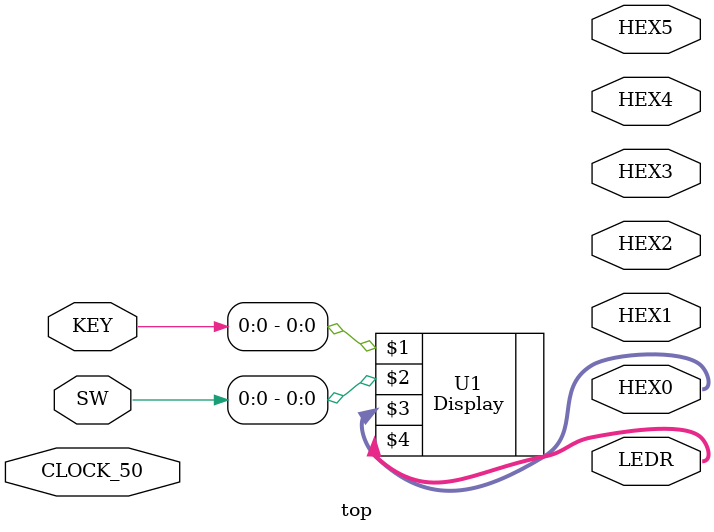
<source format=v>
module top (CLOCK_50, SW, KEY, HEX0, HEX1, HEX2, HEX3, HEX4, HEX5, LEDR);

    input CLOCK_50;             // DE-series 50 MHz clock signal
    input wire [9:0] SW;        // DE-series switches
    input wire [3:0] KEY;       // DE-series pushbuttons

    output wire [6:0] HEX0;     // DE-series HEX displays
    output wire [6:0] HEX1;
    output wire [6:0] HEX2;
    output wire [6:0] HEX3;
    output wire [6:0] HEX4;
    output wire [6:0] HEX5;

    output wire [9:0] LEDR;     // DE-series LEDs   

    Display U1 (KEY[0], SW[0], HEX0, LEDR);

endmodule


</source>
